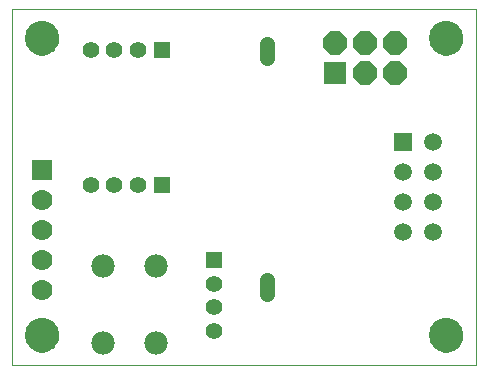
<source format=gbs>
G75*
G70*
%OFA0B0*%
%FSLAX24Y24*%
%IPPOS*%
%LPD*%
%AMOC8*
5,1,8,0,0,1.08239X$1,22.5*
%
%ADD10C,0.0000*%
%ADD11C,0.1142*%
%ADD12C,0.0496*%
%ADD13C,0.0780*%
%ADD14R,0.0700X0.0700*%
%ADD15C,0.0700*%
%ADD16R,0.0780X0.0780*%
%ADD17OC8,0.0780*%
%ADD18R,0.0594X0.0594*%
%ADD19C,0.0594*%
%ADD20R,0.0555X0.0555*%
%ADD21C,0.0555*%
D10*
X000680Y000680D02*
X000680Y012550D01*
X016147Y012550D01*
X016147Y000680D01*
X000680Y000680D01*
X001129Y001680D02*
X001131Y001727D01*
X001137Y001773D01*
X001147Y001819D01*
X001160Y001864D01*
X001178Y001907D01*
X001199Y001949D01*
X001223Y001989D01*
X001251Y002026D01*
X001282Y002061D01*
X001316Y002094D01*
X001352Y002123D01*
X001391Y002149D01*
X001432Y002172D01*
X001475Y002191D01*
X001519Y002207D01*
X001564Y002219D01*
X001610Y002227D01*
X001657Y002231D01*
X001703Y002231D01*
X001750Y002227D01*
X001796Y002219D01*
X001841Y002207D01*
X001885Y002191D01*
X001928Y002172D01*
X001969Y002149D01*
X002008Y002123D01*
X002044Y002094D01*
X002078Y002061D01*
X002109Y002026D01*
X002137Y001989D01*
X002161Y001949D01*
X002182Y001907D01*
X002200Y001864D01*
X002213Y001819D01*
X002223Y001773D01*
X002229Y001727D01*
X002231Y001680D01*
X002229Y001633D01*
X002223Y001587D01*
X002213Y001541D01*
X002200Y001496D01*
X002182Y001453D01*
X002161Y001411D01*
X002137Y001371D01*
X002109Y001334D01*
X002078Y001299D01*
X002044Y001266D01*
X002008Y001237D01*
X001969Y001211D01*
X001928Y001188D01*
X001885Y001169D01*
X001841Y001153D01*
X001796Y001141D01*
X001750Y001133D01*
X001703Y001129D01*
X001657Y001129D01*
X001610Y001133D01*
X001564Y001141D01*
X001519Y001153D01*
X001475Y001169D01*
X001432Y001188D01*
X001391Y001211D01*
X001352Y001237D01*
X001316Y001266D01*
X001282Y001299D01*
X001251Y001334D01*
X001223Y001371D01*
X001199Y001411D01*
X001178Y001453D01*
X001160Y001496D01*
X001147Y001541D01*
X001137Y001587D01*
X001131Y001633D01*
X001129Y001680D01*
X001129Y011580D02*
X001131Y011627D01*
X001137Y011673D01*
X001147Y011719D01*
X001160Y011764D01*
X001178Y011807D01*
X001199Y011849D01*
X001223Y011889D01*
X001251Y011926D01*
X001282Y011961D01*
X001316Y011994D01*
X001352Y012023D01*
X001391Y012049D01*
X001432Y012072D01*
X001475Y012091D01*
X001519Y012107D01*
X001564Y012119D01*
X001610Y012127D01*
X001657Y012131D01*
X001703Y012131D01*
X001750Y012127D01*
X001796Y012119D01*
X001841Y012107D01*
X001885Y012091D01*
X001928Y012072D01*
X001969Y012049D01*
X002008Y012023D01*
X002044Y011994D01*
X002078Y011961D01*
X002109Y011926D01*
X002137Y011889D01*
X002161Y011849D01*
X002182Y011807D01*
X002200Y011764D01*
X002213Y011719D01*
X002223Y011673D01*
X002229Y011627D01*
X002231Y011580D01*
X002229Y011533D01*
X002223Y011487D01*
X002213Y011441D01*
X002200Y011396D01*
X002182Y011353D01*
X002161Y011311D01*
X002137Y011271D01*
X002109Y011234D01*
X002078Y011199D01*
X002044Y011166D01*
X002008Y011137D01*
X001969Y011111D01*
X001928Y011088D01*
X001885Y011069D01*
X001841Y011053D01*
X001796Y011041D01*
X001750Y011033D01*
X001703Y011029D01*
X001657Y011029D01*
X001610Y011033D01*
X001564Y011041D01*
X001519Y011053D01*
X001475Y011069D01*
X001432Y011088D01*
X001391Y011111D01*
X001352Y011137D01*
X001316Y011166D01*
X001282Y011199D01*
X001251Y011234D01*
X001223Y011271D01*
X001199Y011311D01*
X001178Y011353D01*
X001160Y011396D01*
X001147Y011441D01*
X001137Y011487D01*
X001131Y011533D01*
X001129Y011580D01*
X014604Y011580D02*
X014606Y011627D01*
X014612Y011673D01*
X014622Y011719D01*
X014635Y011764D01*
X014653Y011807D01*
X014674Y011849D01*
X014698Y011889D01*
X014726Y011926D01*
X014757Y011961D01*
X014791Y011994D01*
X014827Y012023D01*
X014866Y012049D01*
X014907Y012072D01*
X014950Y012091D01*
X014994Y012107D01*
X015039Y012119D01*
X015085Y012127D01*
X015132Y012131D01*
X015178Y012131D01*
X015225Y012127D01*
X015271Y012119D01*
X015316Y012107D01*
X015360Y012091D01*
X015403Y012072D01*
X015444Y012049D01*
X015483Y012023D01*
X015519Y011994D01*
X015553Y011961D01*
X015584Y011926D01*
X015612Y011889D01*
X015636Y011849D01*
X015657Y011807D01*
X015675Y011764D01*
X015688Y011719D01*
X015698Y011673D01*
X015704Y011627D01*
X015706Y011580D01*
X015704Y011533D01*
X015698Y011487D01*
X015688Y011441D01*
X015675Y011396D01*
X015657Y011353D01*
X015636Y011311D01*
X015612Y011271D01*
X015584Y011234D01*
X015553Y011199D01*
X015519Y011166D01*
X015483Y011137D01*
X015444Y011111D01*
X015403Y011088D01*
X015360Y011069D01*
X015316Y011053D01*
X015271Y011041D01*
X015225Y011033D01*
X015178Y011029D01*
X015132Y011029D01*
X015085Y011033D01*
X015039Y011041D01*
X014994Y011053D01*
X014950Y011069D01*
X014907Y011088D01*
X014866Y011111D01*
X014827Y011137D01*
X014791Y011166D01*
X014757Y011199D01*
X014726Y011234D01*
X014698Y011271D01*
X014674Y011311D01*
X014653Y011353D01*
X014635Y011396D01*
X014622Y011441D01*
X014612Y011487D01*
X014606Y011533D01*
X014604Y011580D01*
X014604Y001680D02*
X014606Y001727D01*
X014612Y001773D01*
X014622Y001819D01*
X014635Y001864D01*
X014653Y001907D01*
X014674Y001949D01*
X014698Y001989D01*
X014726Y002026D01*
X014757Y002061D01*
X014791Y002094D01*
X014827Y002123D01*
X014866Y002149D01*
X014907Y002172D01*
X014950Y002191D01*
X014994Y002207D01*
X015039Y002219D01*
X015085Y002227D01*
X015132Y002231D01*
X015178Y002231D01*
X015225Y002227D01*
X015271Y002219D01*
X015316Y002207D01*
X015360Y002191D01*
X015403Y002172D01*
X015444Y002149D01*
X015483Y002123D01*
X015519Y002094D01*
X015553Y002061D01*
X015584Y002026D01*
X015612Y001989D01*
X015636Y001949D01*
X015657Y001907D01*
X015675Y001864D01*
X015688Y001819D01*
X015698Y001773D01*
X015704Y001727D01*
X015706Y001680D01*
X015704Y001633D01*
X015698Y001587D01*
X015688Y001541D01*
X015675Y001496D01*
X015657Y001453D01*
X015636Y001411D01*
X015612Y001371D01*
X015584Y001334D01*
X015553Y001299D01*
X015519Y001266D01*
X015483Y001237D01*
X015444Y001211D01*
X015403Y001188D01*
X015360Y001169D01*
X015316Y001153D01*
X015271Y001141D01*
X015225Y001133D01*
X015178Y001129D01*
X015132Y001129D01*
X015085Y001133D01*
X015039Y001141D01*
X014994Y001153D01*
X014950Y001169D01*
X014907Y001188D01*
X014866Y001211D01*
X014827Y001237D01*
X014791Y001266D01*
X014757Y001299D01*
X014726Y001334D01*
X014698Y001371D01*
X014674Y001411D01*
X014653Y001453D01*
X014635Y001496D01*
X014622Y001541D01*
X014612Y001587D01*
X014606Y001633D01*
X014604Y001680D01*
D11*
X015155Y001680D03*
X015155Y011580D03*
X001680Y011580D03*
X001680Y001680D03*
D12*
X009180Y003050D02*
X009180Y003506D01*
X009180Y010924D02*
X009180Y011380D01*
D13*
X005495Y003985D03*
X003715Y003985D03*
X003715Y001425D03*
X005495Y001425D03*
D14*
X001680Y007180D03*
D15*
X001680Y006180D03*
X001680Y005180D03*
X001680Y004180D03*
X001680Y003180D03*
D16*
X011455Y010430D03*
D17*
X012455Y010430D03*
X013455Y010430D03*
X013455Y011430D03*
X012455Y011430D03*
X011455Y011430D03*
D18*
X013743Y008118D03*
D19*
X014743Y008118D03*
X014743Y007118D03*
X013743Y007118D03*
X013743Y006118D03*
X014743Y006118D03*
X014743Y005118D03*
X013743Y005118D03*
D20*
X007430Y004180D03*
X005680Y006680D03*
X005680Y011180D03*
D21*
X004893Y011180D03*
X004105Y011180D03*
X003318Y011180D03*
X003318Y006680D03*
X004105Y006680D03*
X004893Y006680D03*
X007430Y003393D03*
X007430Y002605D03*
X007430Y001818D03*
M02*

</source>
